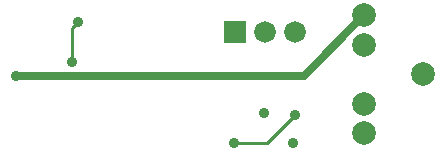
<source format=gbr>
G04 start of page 3 for group 1 idx 1 *
G04 Title: tdcs v3, solder *
G04 Creator: pcb 1.99z *
G04 CreationDate: Wed Aug  8 03:22:40 2012 UTC *
G04 For: nock *
G04 Format: Gerber/RS-274X *
G04 PCB-Dimensions (mil): 2000.00 750.00 *
G04 PCB-Coordinate-Origin: lower left *
%MOIN*%
%FSLAX25Y25*%
%LNBOTTOM*%
%ADD36C,0.0492*%
%ADD35C,0.0472*%
%ADD34C,0.0220*%
%ADD33C,0.0420*%
%ADD32C,0.0200*%
%ADD31C,0.0787*%
%ADD30C,0.0360*%
%ADD29C,0.0720*%
%ADD28C,0.0001*%
%ADD27C,0.0250*%
%ADD26C,0.0100*%
G54D26*X118690Y20857D02*X129527D01*
X139030Y30360D01*
X64530Y47860D02*Y59360D01*
X66530Y61360D01*
G54D27*X46030Y43360D02*X141902D01*
X162102Y63560D01*
G54D28*G36*
X115430Y61460D02*Y54260D01*
X122630D01*
Y61460D01*
X115430D01*
G37*
G54D29*X129030Y57860D03*
X139030D03*
G54D30*X118718Y20956D03*
X138403D03*
X128560Y30799D03*
G54D31*X181787Y43875D03*
X162102Y63560D03*
Y53717D03*
Y24190D03*
Y34032D03*
G54D30*X139030Y30360D03*
X46030Y43360D03*
X66530Y61360D03*
X64530Y47860D03*
G54D32*G54D33*G54D32*G54D34*G54D35*G54D36*G54D35*G54D36*G54D35*G54D36*M02*

</source>
